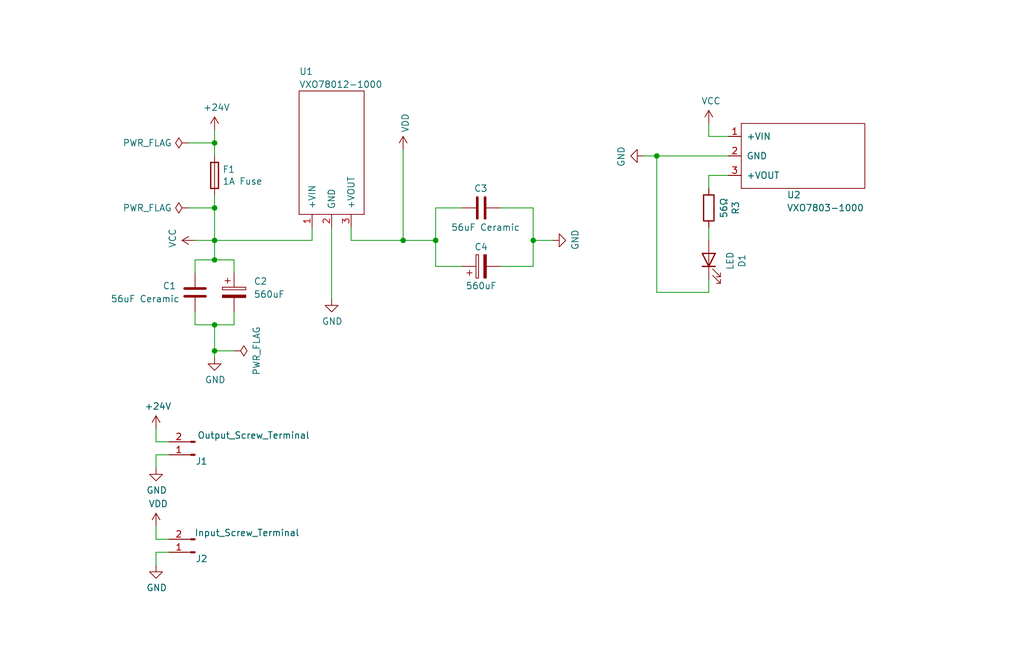
<source format=kicad_sch>
(kicad_sch (version 20211123) (generator eeschema)
  (paper "User" 200 129.997)
  (title_block (title "Stepdown LowPower") (date "2021-10-16") (rev "1.1") (company "Gianluca De Rossi"))
  (lib_symbols
    (symbol "Connector:Conn_01x02_Male" (pin_names (offset 1.016) hide)
      (property "Reference" "J" (at 0 2.54 0))
      (property "Value" "Conn_01x02_Male" (at 0 -5.08 0))
      (symbol "Conn_01x02_Male_1_1"
        (polyline (pts (xy 1.27 -2.54) (xy 0.8636 -2.54)) (stroke (width 0.1524)))
        (polyline (pts (xy 1.27 0) (xy 0.8636 0)) (stroke (width 0.1524)))
        (rectangle (start 0.8636 -2.413) (end 0 -2.667) (stroke (width 0.1524)) (fill (type outline)))
        (rectangle (start 0.8636 0.127) (end 0 -0.127) (stroke (width 0.1524)) (fill (type outline)))
        (pin passive line (at 5.08 0 180) (length 3.81) (name "Pin_1") (number "1"))
        (pin passive line (at 5.08 -2.54 180) (length 3.81) (name "Pin_2") (number "2"))
      )
    )
    (symbol "Device:C" (pin_numbers hide) (pin_names (offset 0.254))
      (property "Reference" "C" (at 0.635 2.54 0))
      (property "Value" "C" (at 0.635 -2.54 0))
      (symbol "C_0_1"
        (polyline (pts (xy -2.032 -0.762) (xy 2.032 -0.762)) (stroke (width 0.508)))
        (polyline (pts (xy -2.032 0.762) (xy 2.032 0.762)) (stroke (width 0.508)))
      )
      (symbol "C_1_1"
        (pin passive line (at 0 3.81 270) (length 2.794) (name "~") (number "1"))
        (pin passive line (at 0 -3.81 90) (length 2.794) (name "~") (number "2"))
      )
    )
    (symbol "Device:C_Polarized" (pin_numbers hide) (pin_names (offset 0.254))
      (property "Reference" "C" (at 0.635 2.54 0))
      (property "Value" "C_Polarized" (at 0.635 -2.54 0))
      (symbol "C_Polarized_0_1"
        (rectangle (start -2.286 0.508) (end 2.286 1.016))
        (polyline (pts (xy -1.778 2.286) (xy -0.762 2.286)))
        (polyline (pts (xy -1.27 2.794) (xy -1.27 1.778)))
        (rectangle (start 2.286 -0.508) (end -2.286 -1.016) (fill (type outline)))
      )
      (symbol "C_Polarized_1_1"
        (pin passive line (at 0 3.81 270) (length 2.794) (name "~") (number "1"))
        (pin passive line (at 0 -3.81 90) (length 2.794) (name "~") (number "2"))
      )
    )
    (symbol "Device:Fuse" (pin_numbers hide) (pin_names (offset 0))
      (property "Reference" "F" (at 2.032 0 90))
      (property "Value" "Fuse" (at -1.905 0 90))
      (symbol "Fuse_0_1"
        (rectangle (start -0.762 -2.54) (end 0.762 2.54) (stroke (width 0.254)))
        (polyline (pts (xy 0 2.54) (xy 0 -2.54)))
      )
      (symbol "Fuse_1_1"
        (pin passive line (at 0 3.81 270) (length 1.27) (name "~") (number "1"))
        (pin passive line (at 0 -3.81 90) (length 1.27) (name "~") (number "2"))
      )
    )
    (symbol "Device:LED" (pin_numbers hide) (pin_names (offset 1.016) hide)
      (property "Reference" "D" (at 0 2.54 0))
      (property "Value" "LED" (at 0 -2.54 0))
      (symbol "LED_0_1"
        (polyline (pts (xy -1.27 -1.27) (xy -1.27 1.27)) (stroke (width 0.254)))
        (polyline (pts (xy -1.27 0) (xy 1.27 0)))
        (polyline (pts (xy 1.27 -1.27) (xy 1.27 1.27) (xy -1.27 0) (xy 1.27 -1.27)) (stroke (width 0.254)))
        (polyline (pts (xy -3.048 -0.762) (xy -4.572 -2.286) (xy -3.81 -2.286) (xy -4.572 -2.286) (xy -4.572 -1.524)))
        (polyline (pts (xy -1.778 -0.762) (xy -3.302 -2.286) (xy -2.54 -2.286) (xy -3.302 -2.286) (xy -3.302 -1.524)))
      )
      (symbol "LED_1_1"
        (pin passive line (at -3.81 0 0) (length 2.54) (name "K") (number "1"))
        (pin passive line (at 3.81 0 180) (length 2.54) (name "A") (number "2"))
      )
    )
    (symbol "Device:R" (pin_numbers hide) (pin_names (offset 0))
      (property "Reference" "R" (at 2.032 0 90))
      (property "Value" "R" (at 0 0 90))
      (symbol "R_0_1"
        (rectangle (start -1.016 -2.54) (end 1.016 2.54) (stroke (width 0.254)))
      )
      (symbol "R_1_1"
        (pin passive line (at 0 3.81 270) (length 1.27) (name "~") (number "1"))
        (pin passive line (at 0 -3.81 90) (length 1.27) (name "~") (number "2"))
      )
    )
    (symbol "VXO78-1000:VXO78-1000" (pin_names (offset 1.016))
      (property "Reference" "U" (at -5.08 5.08 0))
      (property "Value" "VXO78-1000" (at 12.7 -10.16 0))
      (symbol "VXO78-1000_0_0"
        (pin power_in line (at -7.62 1.27 0) (length 2.54) (name "+VIN") (number "1"))
        (pin power_in line (at -7.62 -2.54 0) (length 2.54) (name "GND") (number "2"))
        (pin power_out line (at -7.62 -6.35 0) (length 2.54) (name "+VOUT") (number "3"))
      )
      (symbol "VXO78-1000_0_1"
        (rectangle (start -5.08 3.81) (end 19.05 -8.89))
      )
    )
    (symbol "power:+24V" (power) (pin_names (offset 0))
      (property "Value" "+24V" (at 0 3.556 0))
      (symbol "+24V_0_1"
        (polyline (pts (xy -0.762 1.27) (xy 0 2.54)))
        (polyline (pts (xy 0 0) (xy 0 2.54)))
        (polyline (pts (xy 0 2.54) (xy 0.762 1.27)))
      )
      (symbol "+24V_1_1"
        (pin power_in line (at 0 0 90) (length 0) hide (name "+24V") (number "1"))
      )
    )
    (symbol "power:GND" (power) (pin_names (offset 0))
      (property "Value" "GND" (at 0 -3.81 0))
      (symbol "GND_0_1"
        (polyline (pts (xy 0 0) (xy 0 -1.27) (xy 1.27 -1.27) (xy 0 -2.54) (xy -1.27 -1.27) (xy 0 -1.27)))
      )
      (symbol "GND_1_1"
        (pin power_in line (at 0 0 270) (length 0) hide (name "GND") (number "1"))
      )
    )
    (symbol "power:PWR_FLAG" (power) (pin_numbers hide) (pin_names (offset 0) hide)
      (property "Value" "PWR_FLAG" (at 0 3.81 0))
      (symbol "PWR_FLAG_0_0"
        (pin power_out line (at 0 0 90) (length 0) (name "pwr") (number "1"))
      )
      (symbol "PWR_FLAG_0_1"
        (polyline (pts (xy 0 0) (xy 0 1.27) (xy -1.016 1.905) (xy 0 2.54) (xy 1.016 1.905) (xy 0 1.27)))
      )
    )
    (symbol "power:VCC" (power) (pin_names (offset 0))
      (property "Value" "VCC" (at 0 3.81 0))
      (symbol "VCC_0_1"
        (polyline (pts (xy -0.762 1.27) (xy 0 2.54)))
        (polyline (pts (xy 0 0) (xy 0 2.54)))
        (polyline (pts (xy 0 2.54) (xy 0.762 1.27)))
      )
      (symbol "VCC_1_1"
        (pin power_in line (at 0 0 90) (length 0) hide (name "VCC") (number "1"))
      )
    )
    (symbol "power:VDD" (power) (pin_names (offset 0))
      (property "Value" "VDD" (at 0 3.81 0))
      (symbol "VDD_0_1"
        (polyline (pts (xy -0.762 1.27) (xy 0 2.54)))
        (polyline (pts (xy 0 0) (xy 0 2.54)))
        (polyline (pts (xy 0 2.54) (xy 0.762 1.27)))
      )
      (symbol "VDD_1_1"
        (pin power_in line (at 0 0 90) (length 0) hide (name "VDD") (number "1"))
      )
    )
  )
  (junction (at 41.91 40.64))
  (junction (at 78.74 46.99))
  (junction (at 41.91 46.99))
  (junction (at 41.91 63.5))
  (junction (at 85.09 46.99))
  (junction (at 41.91 27.94))
  (junction (at 41.91 50.8))
  (junction (at 104.14 46.99))
  (junction (at 128.27 30.48))
  (junction (at 41.91 68.58))
  (wire (pts (xy 85.09 40.64) (xy 85.09 46.99)))
  (wire (pts (xy 41.91 27.94) (xy 41.91 30.48)))
  (wire (pts (xy 97.79 40.64) (xy 104.14 40.64)))
  (wire (pts (xy 41.91 68.58) (xy 41.91 63.5)))
  (wire (pts (xy 30.48 91.44) (xy 30.48 88.9)))
  (wire (pts (xy 41.91 25.4) (xy 41.91 27.94)))
  (wire (pts (xy 138.43 44.45) (xy 138.43 46.99)))
  (wire (pts (xy 30.48 107.95) (xy 33.02 107.95)))
  (wire (pts (xy 104.14 46.99) (xy 107.95 46.99)))
  (wire (pts (xy 30.48 105.41) (xy 30.48 102.87)))
  (wire (pts (xy 68.58 46.99) (xy 78.74 46.99)))
  (wire (pts (xy 41.91 40.64) (xy 41.91 38.1)))
  (wire (pts (xy 41.91 68.58) (xy 41.91 69.85)))
  (wire (pts (xy 104.14 40.64) (xy 104.14 46.99)))
  (wire (pts (xy 45.72 68.58) (xy 41.91 68.58)))
  (wire (pts (xy 41.91 40.64) (xy 41.91 46.99)))
  (wire (pts (xy 78.74 46.99) (xy 85.09 46.99)))
  (wire (pts (xy 38.1 63.5) (xy 38.1 60.96)))
  (wire (pts (xy 128.27 30.48) (xy 142.24 30.48)))
  (wire (pts (xy 104.14 52.07) (xy 97.79 52.07)))
  (wire (pts (xy 41.91 63.5) (xy 38.1 63.5)))
  (wire (pts (xy 41.91 46.99) (xy 41.91 50.8)))
  (wire (pts (xy 90.17 40.64) (xy 85.09 40.64)))
  (wire (pts (xy 38.1 50.8) (xy 41.91 50.8)))
  (wire (pts (xy 60.96 46.99) (xy 60.96 44.45)))
  (wire (pts (xy 30.48 110.49) (xy 30.48 107.95)))
  (wire (pts (xy 68.58 46.99) (xy 68.58 44.45)))
  (wire (pts (xy 138.43 24.13) (xy 138.43 26.67)))
  (wire (pts (xy 36.83 27.94) (xy 41.91 27.94)))
  (wire (pts (xy 38.1 46.99) (xy 41.91 46.99)))
  (wire (pts (xy 30.48 88.9) (xy 33.02 88.9)))
  (wire (pts (xy 30.48 86.36) (xy 30.48 83.82)))
  (wire (pts (xy 142.24 34.29) (xy 138.43 34.29)))
  (wire (pts (xy 33.02 86.36) (xy 30.48 86.36)))
  (wire (pts (xy 104.14 46.99) (xy 104.14 52.07)))
  (wire (pts (xy 64.77 44.45) (xy 64.77 58.42)))
  (wire (pts (xy 78.74 29.21) (xy 78.74 46.99)))
  (wire (pts (xy 41.91 46.99) (xy 60.96 46.99)))
  (wire (pts (xy 45.72 63.5) (xy 41.91 63.5)))
  (wire (pts (xy 45.72 60.96) (xy 45.72 63.5)))
  (wire (pts (xy 33.02 105.41) (xy 30.48 105.41)))
  (wire (pts (xy 45.72 50.8) (xy 45.72 53.34)))
  (wire (pts (xy 138.43 57.15) (xy 128.27 57.15)))
  (wire (pts (xy 38.1 53.34) (xy 38.1 50.8)))
  (wire (pts (xy 138.43 34.29) (xy 138.43 36.83)))
  (wire (pts (xy 138.43 54.61) (xy 138.43 57.15)))
  (wire (pts (xy 128.27 57.15) (xy 128.27 30.48)))
  (wire (pts (xy 138.43 26.67) (xy 142.24 26.67)))
  (wire (pts (xy 36.83 40.64) (xy 41.91 40.64)))
  (wire (pts (xy 85.09 46.99) (xy 85.09 52.07)))
  (wire (pts (xy 41.91 50.8) (xy 45.72 50.8)))
  (wire (pts (xy 85.09 52.07) (xy 90.17 52.07)))
  (wire (pts (xy 125.73 30.48) (xy 128.27 30.48)))
  (symbol (lib_id "power:VCC") (at 38.1 46.99 90) (unit 1)
    (property "Reference" "#PWR01" (effects hide))
    (property "Value" "VCC" (at 33.7058 46.5582 0))
  )
  (symbol (lib_id "power:GND") (at 64.77 58.42 0) (unit 1)
    (property "Reference" "#PWR03" (effects hide))
    (property "Value" "GND" (at 64.897 62.8142 0))
  )
  (symbol (lib_id "Device:C") (at 38.1 57.15 0) (unit 1)
    (property "Reference" "C1" (at 31.75 55.88 0) (effects (justify left)))
    (property "Value" "56uF Ceramic" (at 21.59 58.42 0) (effects (justify left)))
    (property "Footprint" "Capacitor_THT:C_Rect_L7.0mm_W3.5mm_P5.00mm" (effects hide))
  )
  (symbol (lib_id "power:GND") (at 41.91 69.85 0) (unit 1)
    (property "Reference" "#PWR02" (effects hide))
    (property "Value" "GND" (at 42.037 74.2442 0))
  )
  (symbol (lib_id "power:GND") (at 107.95 46.99 90) (unit 1)
    (property "Reference" "#PWR05" (effects hide))
    (property "Value" "GND" (at 112.3442 46.863 0))
  )
  (symbol (lib_id "power:VDD") (at 78.74 29.21 0) (unit 1)
    (property "Reference" "#PWR04" (effects hide))
    (property "Value" "VDD" (at 79.1718 25.9588 90) (effects (justify left)))
  )
  (symbol (lib_id "power:GND") (at 30.48 91.44 0) (unit 1)
    (property "Reference" "#PWR07" (effects hide))
    (property "Value" "GND" (at 30.607 95.8342 0))
  )
  (symbol (lib_id "power:GND") (at 30.48 110.49 0) (unit 1)
    (property "Reference" "#PWR09" (effects hide))
    (property "Value" "GND" (at 30.607 114.8842 0))
  )
  (symbol (lib_id "power:VDD") (at 30.48 102.87 0) (unit 1)
    (property "Reference" "#PWR08" (effects hide))
    (property "Value" "VDD" (at 30.9118 98.4758 0))
  )
  (symbol (lib_id "Device:C") (at 93.98 40.64 90) (unit 1)
    (property "Reference" "C3" (at 95.25 36.83 90) (effects (justify left)))
    (property "Value" "56uF Ceramic" (at 101.6 44.45 90) (effects (justify left)))
    (property "Footprint" "Capacitor_THT:C_Rect_L7.0mm_W3.5mm_P5.00mm" (effects hide))
  )
  (symbol (lib_id "Connector:Conn_01x02_Male") (at 38.1 107.95 180) (unit 1)
    (property "Reference" "J2" (at 39.37 109.22 0))
    (property "Value" "Input_Screw_Terminal" (at 48.26 104.14 0))
    (property "Footprint" "Connector_Phoenix_MSTB:PhoenixContact_MSTBA_2,5_2-G-5,08_1x02_P5.08mm_Horizontal" (effects hide))
  )
  (symbol (lib_id "Connector:Conn_01x02_Male") (at 38.1 88.9 180) (unit 1)
    (property "Reference" "J1" (at 39.37 90.17 0))
    (property "Value" "Output_Screw_Terminal" (at 49.53 85.09 0))
    (property "Footprint" "Connector_Phoenix_MSTB:PhoenixContact_MSTBA_2,5_2-G-5,08_1x02_P5.08mm_Horizontal" (effects hide))
  )
  (symbol (lib_id "power:PWR_FLAG") (at 45.72 68.58 270) (unit 1)
    (property "Reference" "#FLG0101" (effects hide))
    (property "Value" "PWR_FLAG" (at 50.1142 68.58 0))
  )
  (symbol (lib_id "power:PWR_FLAG") (at 36.83 40.64 90) (unit 1)
    (property "Reference" "#FLG0102" (effects hide))
    (property "Value" "PWR_FLAG" (at 33.6042 40.64 90) (effects (justify left)))
  )
  (symbol (lib_id "Device:Fuse") (at 41.91 34.29 0) (unit 1)
    (property "Reference" "F1" (at 43.434 33.1216 0) (effects (justify left)))
    (property "Value" "1A Fuse" (at 43.434 35.433 0) (effects (justify left)))
    (property "Footprint" "Littlelfuse520series:Fuseholder_Cylinder-5x20mm_Littlelfuse_520_Horizontal_Open" (effects hide))
  )
  (symbol (lib_id "power:+24V") (at 41.91 25.4 0) (unit 1)
    (property "Reference" "#PWR0101" (effects hide))
    (property "Value" "+24V" (at 42.291 21.0058 0))
  )
  (symbol (lib_id "power:+24V") (at 30.48 83.82 0) (unit 1)
    (property "Reference" "#PWR0102" (effects hide))
    (property "Value" "+24V" (at 30.861 79.4258 0))
  )
  (symbol (lib_id "power:PWR_FLAG") (at 36.83 27.94 90) (unit 1)
    (property "Reference" "#FLG0103" (effects hide))
    (property "Value" "PWR_FLAG" (at 33.6042 27.94 90) (effects (justify left)))
  )
  (symbol (lib_id "power:VCC") (at 138.43 24.13 0) (unit 1)
    (property "Reference" "#PWR0103" (effects hide))
    (property "Value" "VCC" (at 138.8618 19.7358 0))
  )
  (symbol (lib_id "power:GND") (at 125.73 30.48 270) (unit 1)
    (property "Reference" "#PWR0104" (effects hide))
    (property "Value" "GND" (at 121.3358 30.607 0))
  )
  (symbol (lib_id "Device:LED") (at 138.43 50.8 90) (unit 1)
    (property "Reference" "D1" (at 144.907 50.9778 0))
    (property "Value" "LED" (at 142.5956 50.9778 0))
    (property "Footprint" "LED_THT:LED_Rectangular_W3.0mm_H2.0mm" (effects hide))
  )
  (symbol (lib_id "Device:R") (at 138.43 40.64 180) (unit 1)
    (property "Reference" "R3" (at 143.6878 40.64 90))
    (property "Value" "56Ω" (at 141.3764 40.64 90))
    (property "Footprint" "Resistor_THT:R_Axial_DIN0207_L6.3mm_D2.5mm_P10.16mm_Horizontal" (effects hide))
  )
  (symbol (lib_id "VXO78-1000:VXO78-1000") (at 149.86 27.94 0) (unit 1)
    (property "Reference" "U2" (at 153.67 38.1 0) (effects (justify left)))
    (property "Value" "VXO7803-1000" (at 153.67 40.64 0) (effects (justify left)))
    (property "Footprint" "VXO78-1000:VXO78-1000" (effects hide))
    (property "Datasheet" "https://www.cui.com/product/resource/vxo78-1000.pdf" (effects hide))
  )
  (symbol (lib_id "VXO78-1000:VXO78-1000") (at 62.23 36.83 90) (unit 1)
    (property "Reference" "U1" (at 58.42 13.97 90) (effects (justify right)))
    (property "Value" "VXO78012-1000" (at 58.42 16.51 90) (effects (justify right)))
    (property "Footprint" "VXO78-1000:VXO78-1000" (effects hide))
    (property "Datasheet" "https://www.cui.com/product/resource/vxo78-1000.pdf" (effects hide))
  )
  (symbol (lib_id "Device:C_Polarized") (at 45.72 57.15 0) (unit 1)
    (property "Reference" "C2" (at 49.53 54.9909 0) (effects (justify left)))
    (property "Value" "560uF" (at 49.53 57.5309 0) (effects (justify left)))
    (property "Footprint" "Capacitor_THT:CP_Radial_D18.0mm_P7.50mm" (effects hide))
  )
  (symbol (lib_id "Device:C_Polarized") (at 93.98 52.07 90) (unit 1)
    (property "Reference" "C4" (at 93.98 48.26 90))
    (property "Value" "560uF" (at 93.98 55.88 90))
    (property "Footprint" "Capacitor_THT:CP_Radial_D18.0mm_P7.50mm" (effects hide))
  )
)
</source>
